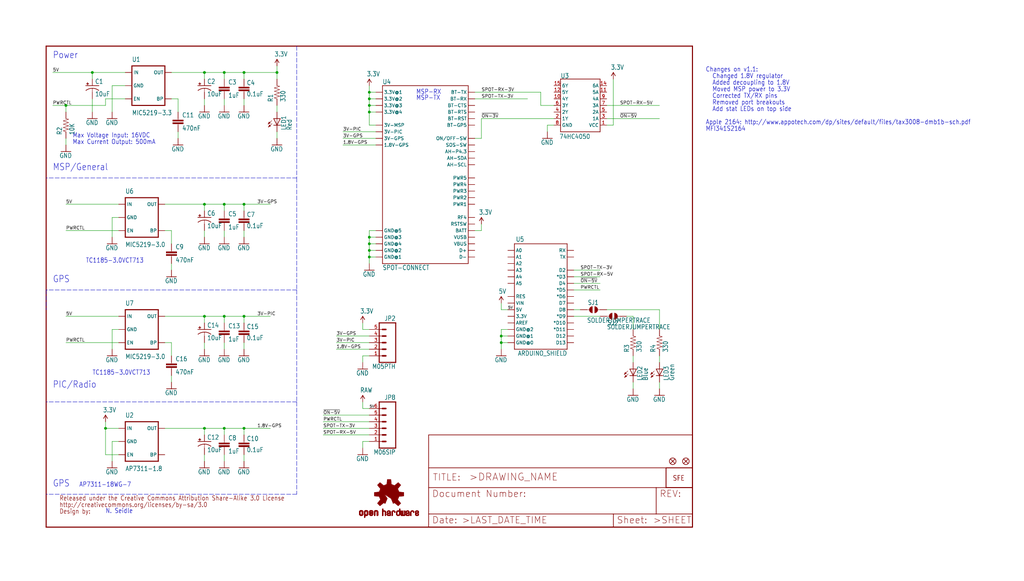
<source format=kicad_sch>
(kicad_sch (version 20211123) (generator eeschema)
  (paper "User" 394.386 223.926)
  (lib_symbols
    (symbol "schematicEagle-eagle-import:3.3V" (power)
      (property "Value" "3.3V" (at -1.016 3.556 0))
      (symbol "3.3V_1_0"
        (pin power_in line (at 0 0 90) (length 2.54) (name "3.3V") (number "1"))
      )
    )
    (symbol "schematicEagle-eagle-import:ARDUINO_SHIELDNO_SILK"
      (property "Reference" "U" (at -9.652 21.082 0))
      (property "Value" "ARDUINO_SHIELDNO_SILK" (at -8.89 -22.86 0))
      (symbol "ARDUINO_SHIELDNO_SILK_1_0"
        (pin bidirectional line (at -12.7 -7.62 0) (length 2.54) (name "3.3V") (number "3.3V"))
        (pin bidirectional line (at -12.7 -5.08 0) (length 2.54) (name "5V") (number "5V"))
        (pin bidirectional line (at -12.7 17.78 0) (length 2.54) (name "A0") (number "A0"))
        (pin bidirectional line (at -12.7 15.24 0) (length 2.54) (name "A1") (number "A1"))
        (pin bidirectional line (at -12.7 12.7 0) (length 2.54) (name "A2") (number "A2"))
        (pin bidirectional line (at -12.7 10.16 0) (length 2.54) (name "A3") (number "A3"))
        (pin bidirectional line (at -12.7 7.62 0) (length 2.54) (name "A4") (number "A4"))
        (pin bidirectional line (at -12.7 5.08 0) (length 2.54) (name "A5") (number "A5"))
        (pin bidirectional line (at -12.7 -10.16 0) (length 2.54) (name "AREF") (number "AREF"))
        (pin bidirectional line (at 12.7 -10.16 180) (length 2.54) (name "*D10") (number "D10"))
        (pin bidirectional line (at 12.7 -12.7 180) (length 2.54) (name "*D11") (number "D11"))
        (pin bidirectional line (at 12.7 -15.24 180) (length 2.54) (name "D12") (number "D12"))
        (pin bidirectional line (at 12.7 -17.78 180) (length 2.54) (name "D13") (number "D13"))
        (pin bidirectional line (at 12.7 10.16 180) (length 2.54) (name "D2") (number "D2"))
        (pin bidirectional line (at 12.7 7.62 180) (length 2.54) (name "*D3") (number "D3"))
        (pin bidirectional line (at 12.7 5.08 180) (length 2.54) (name "D4") (number "D4"))
        (pin bidirectional line (at 12.7 2.54 180) (length 2.54) (name "*D5") (number "D5"))
        (pin bidirectional line (at 12.7 0 180) (length 2.54) (name "*D6") (number "D6"))
        (pin bidirectional line (at 12.7 -2.54 180) (length 2.54) (name "D7") (number "D7"))
        (pin bidirectional line (at 12.7 -5.08 180) (length 2.54) (name "D8") (number "D8"))
        (pin bidirectional line (at 12.7 -7.62 180) (length 2.54) (name "*D9") (number "D9"))
        (pin bidirectional line (at -12.7 -17.78 0) (length 2.54) (name "GND@0") (number "GND@0"))
        (pin bidirectional line (at -12.7 -15.24 0) (length 2.54) (name "GND@1") (number "GND@1"))
        (pin bidirectional line (at -12.7 -12.7 0) (length 2.54) (name "GND@2") (number "GND@2"))
        (pin bidirectional line (at -12.7 0 0) (length 2.54) (name "RES") (number "RES"))
        (pin bidirectional line (at 12.7 17.78 180) (length 2.54) (name "RX") (number "RX"))
        (pin bidirectional line (at 12.7 15.24 180) (length 2.54) (name "TX") (number "TX"))
        (pin bidirectional line (at -12.7 -2.54 0) (length 2.54) (name "VIN") (number "VIN"))
      )
    )
    (symbol "schematicEagle-eagle-import:CAP0402-CAP"
      (property "Reference" "C" (at 1.524 2.921 0))
      (property "Value" "CAP0402-CAP" (at 1.524 -2.159 0))
      (symbol "CAP0402-CAP_1_0"
        (pin passive line (at 0 5.08 270) (length 2.54) (name "1") (number "1"))
        (pin passive line (at 0 -2.54 90) (length 2.54) (name "2") (number "2"))
      )
    )
    (symbol "schematicEagle-eagle-import:CAP_POL1206"
      (property "Reference" "C" (at 1.016 0.635 0))
      (property "Value" "CAP_POL1206" (at 1.016 -4.191 0))
      (symbol "CAP_POL1206_1_0"
        (pin passive line (at 0 2.54 270) (length 2.54) (name "+") (number "A"))
        (pin passive line (at 0 -5.08 90) (length 2.54) (name "-") (number "C"))
      )
    )
    (symbol "schematicEagle-eagle-import:CREATIVE_COMMONS"
      (symbol "CREATIVE_COMMONS_1_0"
        (text "Design by:" (at 0 0 0) (effects (font (size 1.778 1.5113)) (justify left bottom)))
        (text "http://creativecommons.org/licenses/by-sa/3.0" (at 0 2.54 0) (effects (font (size 1.778 1.5113)) (justify left bottom)))
        (text "Released under the Creative Commons Attribution Share-Alike 3.0 License" (at 0 5.08 0) (effects (font (size 1.778 1.5113)) (justify left bottom)))
      )
    )
    (symbol "schematicEagle-eagle-import:FIDUCIALUFIDUCIAL")
    (symbol "schematicEagle-eagle-import:FRAME-LETTER"
      (symbol "FRAME-LETTER_2_0"
        (text ">DRAWING_NAME" (at 15.494 17.78 0) (effects (font (size 2.7432 2.7432)) (justify left bottom)))
        (text ">LAST_DATE_TIME" (at 12.7 1.27 0) (effects (font (size 2.54 2.54)) (justify left bottom)))
        (text ">SHEET" (at 86.36 1.27 0) (effects (font (size 2.54 2.54)) (justify left bottom)))
        (text "Date:" (at 1.27 1.27 0) (effects (font (size 2.54 2.54)) (justify left bottom)))
        (text "Document Number:" (at 1.27 11.43 0) (effects (font (size 2.54 2.54)) (justify left bottom)))
        (text "REV:" (at 88.9 11.43 0) (effects (font (size 2.54 2.54)) (justify left bottom)))
        (text "Sheet:" (at 72.39 1.27 0) (effects (font (size 2.54 2.54)) (justify left bottom)))
        (text "TITLE:" (at 1.524 17.78 0) (effects (font (size 2.54 2.54)) (justify left bottom)))
      )
    )
    (symbol "schematicEagle-eagle-import:GND" (power)
      (property "Value" "GND" (at -2.54 -2.54 0))
      (symbol "GND_1_0"
        (pin power_in line (at 0 2.54 270) (length 2.54) (name "GND") (number "1"))
      )
    )
    (symbol "schematicEagle-eagle-import:HEX_CONVERTER"
      (property "Reference" "U" (at -7.62 10.16 0))
      (property "Value" "HEX_CONVERTER" (at -7.62 -12.7 0))
      (symbol "HEX_CONVERTER_1_0"
        (pin bidirectional line (at -10.16 7.62 0) (length 2.54) (name "VCC") (number "1"))
        (pin bidirectional line (at 10.16 -2.54 180) (length 2.54) (name "4Y") (number "10"))
        (pin bidirectional line (at -10.16 -5.08 0) (length 2.54) (name "5A") (number "11"))
        (pin bidirectional line (at 10.16 -5.08 180) (length 2.54) (name "5Y") (number "12"))
        (pin bidirectional line (at -10.16 -7.62 0) (length 2.54) (name "6A") (number "14"))
        (pin bidirectional line (at 10.16 -7.62 180) (length 2.54) (name "6Y") (number "15"))
        (pin bidirectional line (at 10.16 5.08 180) (length 2.54) (name "1Y") (number "2"))
        (pin bidirectional line (at -10.16 5.08 0) (length 2.54) (name "1A") (number "3"))
        (pin bidirectional line (at 10.16 2.54 180) (length 2.54) (name "2Y") (number "4"))
        (pin bidirectional line (at -10.16 2.54 0) (length 2.54) (name "2A") (number "5"))
        (pin bidirectional line (at 10.16 0 180) (length 2.54) (name "3Y") (number "6"))
        (pin bidirectional line (at -10.16 0 0) (length 2.54) (name "3A") (number "7"))
        (pin bidirectional line (at 10.16 7.62 180) (length 2.54) (name "GND") (number "8"))
        (pin bidirectional line (at -10.16 -2.54 0) (length 2.54) (name "4A") (number "9"))
      )
    )
    (symbol "schematicEagle-eagle-import:LED0603"
      (property "Reference" "LED" (at 3.556 -4.572 90))
      (property "Value" "LED0603" (at 5.715 -4.572 90))
      (symbol "LED0603_1_0"
        (pin passive line (at 0 2.54 270) (length 2.54) (name "A") (number "A"))
        (pin passive line (at 0 -5.08 90) (length 2.54) (name "C") (number "C"))
      )
    )
    (symbol "schematicEagle-eagle-import:LOGO-SFENEW"
      (symbol "LOGO-SFENEW_1_0"
        (text "SFE" (at 0 0 0) (effects (font (size 1.9304 1.6408)) (justify left bottom)))
      )
    )
    (symbol "schematicEagle-eagle-import:LOGO-SFESK"
      (symbol "LOGO-SFESK_1_0"
        (text "SFE" (at 0 0 0) (effects (font (size 1.9304 1.6408)) (justify left bottom)))
      )
    )
    (symbol "schematicEagle-eagle-import:M05PTH"
      (property "Reference" "JP" (at -2.54 8.382 0))
      (property "Value" "M05PTH" (at -2.54 -10.16 0))
      (symbol "M05PTH_1_0"
        (pin passive line (at 7.62 -5.08 180) (length 5.08) (name "1") (number "1"))
        (pin passive line (at 7.62 -2.54 180) (length 5.08) (name "2") (number "2"))
        (pin passive line (at 7.62 0 180) (length 5.08) (name "3") (number "3"))
        (pin passive line (at 7.62 2.54 180) (length 5.08) (name "4") (number "4"))
        (pin passive line (at 7.62 5.08 180) (length 5.08) (name "5") (number "5"))
      )
    )
    (symbol "schematicEagle-eagle-import:M06SIP"
      (property "Reference" "JP" (at -5.08 10.922 0))
      (property "Value" "M06SIP" (at -5.08 -10.16 0))
      (symbol "M06SIP_1_0"
        (pin passive line (at 5.08 -5.08 180) (length 5.08) (name "1") (number "1"))
        (pin passive line (at 5.08 -2.54 180) (length 5.08) (name "2") (number "2"))
        (pin passive line (at 5.08 0 180) (length 5.08) (name "3") (number "3"))
        (pin passive line (at 5.08 2.54 180) (length 5.08) (name "4") (number "4"))
        (pin passive line (at 5.08 5.08 180) (length 5.08) (name "5") (number "5"))
        (pin passive line (at 5.08 7.62 180) (length 5.08) (name "6") (number "6"))
      )
    )
    (symbol "schematicEagle-eagle-import:OSHW-LOGOS")
    (symbol "schematicEagle-eagle-import:RESISTOR0402-RES"
      (property "Reference" "R" (at -3.81 1.4986 0))
      (property "Value" "RESISTOR0402-RES" (at -3.81 -3.302 0))
      (symbol "RESISTOR0402-RES_1_0"
        (pin passive line (at -5.08 0 0) (length 2.54) (name "1") (number "1"))
        (pin passive line (at 5.08 0 180) (length 2.54) (name "2") (number "2"))
      )
    )
    (symbol "schematicEagle-eagle-import:SOLDERJUMPERTRACE"
      (property "Reference" "SJ" (at -2.54 2.54 0))
      (property "Value" "SOLDERJUMPERTRACE" (at -2.54 -5.08 0))
      (symbol "SOLDERJUMPERTRACE_1_0"
        (pin passive line (at -5.08 0 0) (length 2.54) (name "1") (number "1"))
        (pin passive line (at 5.08 0 180) (length 2.54) (name "2") (number "2"))
      )
    )
    (symbol "schematicEagle-eagle-import:SPOT-CONNECTSMD"
      (property "Reference" "U" (at -17.78 33.528 0))
      (property "Value" "SPOT-CONNECTSMD" (at -17.78 -38.1 0))
      (symbol "SPOT-CONNECTSMD_1_0"
        (pin bidirectional line (at -20.32 10.16 0) (length 2.54) (name "1.8V-GPS") (number "1.8V-GPS"))
        (pin bidirectional line (at -20.32 30.48 0) (length 2.54) (name "3.3V@1") (number "3.3V@1"))
        (pin bidirectional line (at -20.32 27.94 0) (length 2.54) (name "3.3V@2") (number "3.3V@2"))
        (pin bidirectional line (at -20.32 25.4 0) (length 2.54) (name "3.3V@3") (number "3.3V@3"))
        (pin bidirectional line (at -20.32 22.86 0) (length 2.54) (name "3.3V@4") (number "3.3V@4"))
        (pin bidirectional line (at -20.32 12.7 0) (length 2.54) (name "3V-GPS") (number "3V-GPS"))
        (pin bidirectional line (at -20.32 17.78 0) (length 2.54) (name "3V-MSP") (number "3VMSP"))
        (pin bidirectional line (at -20.32 15.24 0) (length 2.54) (name "3V-PIC") (number "3VPIC"))
        (pin bidirectional line (at 17.78 2.54 180) (length 2.54) (name "AH-SCL") (number "AH-SCL"))
        (pin bidirectional line (at 17.78 7.62 180) (length 2.54) (name "AH-P4.3") (number "AH/P4.3"))
        (pin bidirectional line (at 17.78 5.08 180) (length 2.54) (name "AH-SDA") (number "AH/SDA"))
        (pin bidirectional line (at 17.78 -22.86 180) (length 2.54) (name "BATT") (number "BATT"))
        (pin bidirectional line (at 17.78 25.4 180) (length 2.54) (name "BT-CTS") (number "BT-CTS"))
        (pin bidirectional line (at 17.78 17.78 180) (length 2.54) (name "BT-GP5") (number "BT-GP5"))
        (pin bidirectional line (at 17.78 20.32 180) (length 2.54) (name "BT-RST") (number "BT-RST"))
        (pin bidirectional line (at 17.78 22.86 180) (length 2.54) (name "BT-RTS") (number "BT-RTS"))
        (pin bidirectional line (at 17.78 27.94 180) (length 2.54) (name "BT-RX") (number "BT-RX"))
        (pin bidirectional line (at 17.78 30.48 180) (length 2.54) (name "BT-TX") (number "BT-TX"))
        (pin bidirectional line (at 17.78 -30.48 180) (length 2.54) (name "D+") (number "D+"))
        (pin bidirectional line (at 17.78 -33.02 180) (length 2.54) (name "D-") (number "D-"))
        (pin bidirectional line (at -20.32 -33.02 0) (length 2.54) (name "GND@1") (number "GND@1"))
        (pin bidirectional line (at -20.32 -30.48 0) (length 2.54) (name "GND@2") (number "GND@2"))
        (pin bidirectional line (at -20.32 -25.4 0) (length 2.54) (name "GND@3") (number "GND@3"))
        (pin bidirectional line (at -20.32 -27.94 0) (length 2.54) (name "GND@4") (number "GND@4"))
        (pin bidirectional line (at -20.32 -22.86 0) (length 2.54) (name "GND@5") (number "GND@5"))
        (pin bidirectional line (at 17.78 12.7 180) (length 2.54) (name "ON/OFF-SW") (number "ON/OFF"))
        (pin bidirectional line (at 17.78 -12.7 180) (length 2.54) (name "PWR1") (number "PWRCTL1"))
        (pin bidirectional line (at 17.78 -10.16 180) (length 2.54) (name "PWR2") (number "PWRCTL2"))
        (pin bidirectional line (at 17.78 -7.62 180) (length 2.54) (name "PWR3") (number "PWRCTL3"))
        (pin bidirectional line (at 17.78 -5.08 180) (length 2.54) (name "PWR4") (number "PWRCTL4"))
        (pin bidirectional line (at 17.78 -2.54 180) (length 2.54) (name "PWR5") (number "PWRCTL5"))
        (pin bidirectional line (at 17.78 -17.78 180) (length 2.54) (name "RF4") (number "RF4"))
        (pin bidirectional line (at 17.78 -20.32 180) (length 2.54) (name "RSTSW") (number "RSTSW"))
        (pin bidirectional line (at 17.78 10.16 180) (length 2.54) (name "SOS-SW") (number "SOS"))
        (pin bidirectional line (at 17.78 -27.94 180) (length 2.54) (name "VBUS") (number "VBUS"))
        (pin bidirectional line (at 17.78 -25.4 180) (length 2.54) (name "VUSB") (number "VUSB"))
      )
    )
    (symbol "schematicEagle-eagle-import:VCC" (power)
      (property "Value" "VCC" (at -1.016 3.556 0))
      (symbol "VCC_1_0"
        (pin power_in line (at 0 0 90) (length 2.54) (name "VCC") (number "1"))
      )
    )
    (symbol "schematicEagle-eagle-import:V_REG_LDOSMD"
      (property "Reference" "U" (at -7.62 9.144 0))
      (property "Value" "V_REG_LDOSMD" (at -7.62 -11.43 0))
      (symbol "V_REG_LDOSMD_1_0"
        (pin input line (at -10.16 5.08 0) (length 2.54) (name "IN") (number "1"))
        (pin input line (at -10.16 0 0) (length 2.54) (name "GND") (number "2"))
        (pin input line (at -10.16 -5.08 0) (length 2.54) (name "EN") (number "3"))
        (pin input line (at 7.62 -5.08 180) (length 2.54) (name "BP") (number "4"))
        (pin passive line (at 7.62 5.08 180) (length 2.54) (name "OUT") (number "5"))
      )
    )
  )
  (junction (at 142.24 93.98))
  (junction (at 142.24 35.56))
  (junction (at 35.56 27.94))
  (junction (at 142.24 91.44))
  (junction (at 193.04 132.08))
  (junction (at 78.74 27.94))
  (junction (at 78.74 121.92))
  (junction (at 86.36 78.74))
  (junction (at 86.36 27.94))
  (junction (at 93.98 27.94))
  (junction (at 93.98 78.74))
  (junction (at 193.04 129.54))
  (junction (at 142.24 99.06))
  (junction (at 86.36 121.92))
  (junction (at 86.36 165.1))
  (junction (at 106.68 27.94))
  (junction (at 142.24 43.18))
  (junction (at 40.64 165.1))
  (junction (at 142.24 96.52))
  (junction (at 93.98 165.1))
  (junction (at 25.4 40.64))
  (junction (at 93.98 121.92))
  (junction (at 142.24 38.1))
  (junction (at 78.74 165.1))
  (junction (at 78.74 78.74))
  (junction (at 142.24 40.64))
  (wire (pts (xy 78.74 81.28) (xy 78.74 78.74)))
  (wire (pts (xy 43.18 33.02) (xy 43.18 43.18)))
  (wire (pts (xy 66.04 27.94) (xy 78.74 27.94)))
  (wire (pts (xy 195.58 132.08) (xy 193.04 132.08)))
  (wire (pts (xy 43.18 170.18) (xy 43.18 177.8)))
  (wire (pts (xy 40.64 162.56) (xy 40.64 165.1)))
  (wire (pts (xy 35.56 30.48) (xy 35.56 27.94)))
  (wire (pts (xy 142.24 170.18) (xy 139.7 170.18)))
  (wire (pts (xy 93.98 40.64) (xy 93.98 38.1)))
  (wire (pts (xy 45.72 83.82) (xy 43.18 83.82)))
  (wire (pts (xy 213.36 40.64) (xy 208.28 40.64)))
  (wire (pts (xy 144.78 88.9) (xy 142.24 88.9)))
  (wire (pts (xy 142.24 91.44) (xy 142.24 93.98)))
  (wire (pts (xy 142.24 129.54) (xy 129.54 129.54)))
  (wire (pts (xy 142.24 43.18) (xy 142.24 40.64)))
  (wire (pts (xy 182.88 88.9) (xy 185.42 88.9)))
  (wire (pts (xy 243.84 121.92) (xy 243.84 127)))
  (wire (pts (xy 182.88 38.1) (xy 203.2 38.1)))
  (wire (pts (xy 63.5 121.92) (xy 78.74 121.92)))
  (wire (pts (xy 25.4 43.18) (xy 25.4 40.64)))
  (wire (pts (xy 43.18 83.82) (xy 43.18 91.44)))
  (wire (pts (xy 142.24 96.52) (xy 142.24 99.06)))
  (wire (pts (xy 86.36 27.94) (xy 93.98 27.94)))
  (wire (pts (xy 106.68 43.18) (xy 106.68 40.64)))
  (wire (pts (xy 93.98 134.62) (xy 93.98 132.08)))
  (polyline (pts (xy 114.3 154.94) (xy 17.78 154.94)))
  (wire (pts (xy 78.74 27.94) (xy 86.36 27.94)))
  (polyline (pts (xy 17.78 111.76) (xy 17.78 119.38)))
  (wire (pts (xy 144.78 50.8) (xy 132.08 50.8)))
  (wire (pts (xy 40.64 38.1) (xy 40.64 40.64)))
  (wire (pts (xy 66.04 38.1) (xy 68.58 38.1)))
  (wire (pts (xy 144.78 38.1) (xy 142.24 38.1)))
  (polyline (pts (xy 114.3 68.58) (xy 114.3 111.76)))
  (wire (pts (xy 213.36 45.72) (xy 185.42 45.72)))
  (wire (pts (xy 241.3 121.92) (xy 243.84 121.92)))
  (wire (pts (xy 93.98 124.46) (xy 93.98 121.92)))
  (wire (pts (xy 193.04 127) (xy 193.04 129.54)))
  (wire (pts (xy 142.24 134.62) (xy 129.54 134.62)))
  (wire (pts (xy 144.78 43.18) (xy 142.24 43.18)))
  (wire (pts (xy 78.74 27.94) (xy 78.74 30.48)))
  (wire (pts (xy 142.24 165.1) (xy 124.46 165.1)))
  (wire (pts (xy 66.04 104.14) (xy 66.04 101.6)))
  (wire (pts (xy 254 149.86) (xy 254 147.32)))
  (wire (pts (xy 35.56 27.94) (xy 48.26 27.94)))
  (wire (pts (xy 63.5 165.1) (xy 78.74 165.1)))
  (wire (pts (xy 254 119.38) (xy 254 127)))
  (wire (pts (xy 213.36 48.26) (xy 210.82 48.26)))
  (wire (pts (xy 182.88 53.34) (xy 185.42 53.34)))
  (wire (pts (xy 139.7 170.18) (xy 139.7 172.72)))
  (wire (pts (xy 233.68 48.26) (xy 236.22 48.26)))
  (wire (pts (xy 233.68 119.38) (xy 254 119.38)))
  (wire (pts (xy 220.98 104.14) (xy 231.14 104.14)))
  (wire (pts (xy 106.68 53.34) (xy 106.68 50.8)))
  (wire (pts (xy 144.78 93.98) (xy 142.24 93.98)))
  (wire (pts (xy 142.24 93.98) (xy 142.24 96.52)))
  (wire (pts (xy 93.98 91.44) (xy 93.98 88.9)))
  (wire (pts (xy 86.36 121.92) (xy 93.98 121.92)))
  (wire (pts (xy 78.74 165.1) (xy 86.36 165.1)))
  (wire (pts (xy 142.24 40.64) (xy 142.24 38.1)))
  (wire (pts (xy 40.64 175.26) (xy 40.64 165.1)))
  (wire (pts (xy 220.98 121.92) (xy 231.14 121.92)))
  (wire (pts (xy 106.68 27.94) (xy 106.68 30.48)))
  (wire (pts (xy 254 139.7) (xy 254 137.16)))
  (wire (pts (xy 193.04 132.08) (xy 193.04 134.62)))
  (wire (pts (xy 78.74 167.64) (xy 78.74 165.1)))
  (wire (pts (xy 86.36 167.64) (xy 86.36 165.1)))
  (wire (pts (xy 144.78 55.88) (xy 132.08 55.88)))
  (wire (pts (xy 86.36 81.28) (xy 86.36 78.74)))
  (wire (pts (xy 45.72 175.26) (xy 40.64 175.26)))
  (wire (pts (xy 233.68 40.64) (xy 254 40.64)))
  (wire (pts (xy 220.98 109.22) (xy 231.14 109.22)))
  (wire (pts (xy 63.5 78.74) (xy 78.74 78.74)))
  (wire (pts (xy 144.78 91.44) (xy 142.24 91.44)))
  (wire (pts (xy 93.98 27.94) (xy 106.68 27.94)))
  (wire (pts (xy 93.98 81.28) (xy 93.98 78.74)))
  (wire (pts (xy 78.74 121.92) (xy 86.36 121.92)))
  (wire (pts (xy 142.24 88.9) (xy 142.24 91.44)))
  (wire (pts (xy 139.7 137.16) (xy 139.7 139.7)))
  (wire (pts (xy 78.74 134.62) (xy 78.74 132.08)))
  (wire (pts (xy 78.74 78.74) (xy 86.36 78.74)))
  (wire (pts (xy 93.98 78.74) (xy 104.14 78.74)))
  (wire (pts (xy 68.58 53.34) (xy 68.58 50.8)))
  (wire (pts (xy 132.08 53.34) (xy 144.78 53.34)))
  (wire (pts (xy 48.26 33.02) (xy 43.18 33.02)))
  (wire (pts (xy 208.28 40.64) (xy 208.28 35.56)))
  (wire (pts (xy 223.52 119.38) (xy 220.98 119.38)))
  (wire (pts (xy 93.98 121.92) (xy 104.14 121.92)))
  (wire (pts (xy 25.4 40.64) (xy 20.32 40.64)))
  (wire (pts (xy 182.88 35.56) (xy 208.28 35.56)))
  (wire (pts (xy 78.74 91.44) (xy 78.74 88.9)))
  (wire (pts (xy 45.72 165.1) (xy 40.64 165.1)))
  (wire (pts (xy 185.42 86.36) (xy 185.42 88.9)))
  (wire (pts (xy 45.72 127) (xy 43.18 127)))
  (wire (pts (xy 142.24 160.02) (xy 124.46 160.02)))
  (wire (pts (xy 193.04 119.38) (xy 193.04 116.84)))
  (wire (pts (xy 139.7 127) (xy 139.7 124.46)))
  (wire (pts (xy 86.36 134.62) (xy 86.36 132.08)))
  (wire (pts (xy 195.58 129.54) (xy 193.04 129.54)))
  (wire (pts (xy 142.24 162.56) (xy 124.46 162.56)))
  (polyline (pts (xy 114.3 111.76) (xy 17.78 111.76)))
  (wire (pts (xy 35.56 43.18) (xy 35.56 38.1)))
  (wire (pts (xy 139.7 157.48) (xy 139.7 154.94)))
  (wire (pts (xy 210.82 48.26) (xy 210.82 50.8)))
  (wire (pts (xy 144.78 96.52) (xy 142.24 96.52)))
  (wire (pts (xy 106.68 27.94) (xy 106.68 25.4)))
  (wire (pts (xy 25.4 55.88) (xy 25.4 53.34)))
  (wire (pts (xy 93.98 165.1) (xy 104.14 165.1)))
  (wire (pts (xy 86.36 27.94) (xy 86.36 30.48)))
  (wire (pts (xy 236.22 48.26) (xy 236.22 30.48)))
  (wire (pts (xy 48.26 38.1) (xy 40.64 38.1)))
  (polyline (pts (xy 114.3 190.5) (xy 17.78 190.5)))
  (wire (pts (xy 86.36 91.44) (xy 86.36 88.9)))
  (wire (pts (xy 195.58 119.38) (xy 193.04 119.38)))
  (wire (pts (xy 35.56 27.94) (xy 20.32 27.94)))
  (wire (pts (xy 142.24 99.06) (xy 142.24 101.6)))
  (wire (pts (xy 68.58 38.1) (xy 68.58 43.18)))
  (wire (pts (xy 142.24 35.56) (xy 142.24 33.02)))
  (wire (pts (xy 233.68 45.72) (xy 254 45.72)))
  (wire (pts (xy 142.24 127) (xy 139.7 127)))
  (wire (pts (xy 86.36 177.8) (xy 86.36 175.26)))
  (wire (pts (xy 40.64 40.64) (xy 25.4 40.64)))
  (wire (pts (xy 78.74 40.64) (xy 78.74 38.1)))
  (wire (pts (xy 142.24 48.26) (xy 142.24 43.18)))
  (wire (pts (xy 142.24 132.08) (xy 129.54 132.08)))
  (wire (pts (xy 243.84 149.86) (xy 243.84 147.32)))
  (wire (pts (xy 86.36 40.64) (xy 86.36 38.1)))
  (polyline (pts (xy 114.3 17.78) (xy 114.3 68.58)))
  (wire (pts (xy 86.36 78.74) (xy 93.98 78.74)))
  (wire (pts (xy 193.04 129.54) (xy 193.04 132.08)))
  (wire (pts (xy 220.98 106.68) (xy 231.14 106.68)))
  (wire (pts (xy 78.74 175.26) (xy 78.74 177.8)))
  (wire (pts (xy 144.78 48.26) (xy 142.24 48.26)))
  (wire (pts (xy 45.72 121.92) (xy 25.4 121.92)))
  (wire (pts (xy 78.74 124.46) (xy 78.74 121.92)))
  (wire (pts (xy 220.98 111.76) (xy 231.14 111.76)))
  (wire (pts (xy 93.98 30.48) (xy 93.98 27.94)))
  (wire (pts (xy 93.98 177.8) (xy 93.98 175.26)))
  (wire (pts (xy 142.24 157.48) (xy 139.7 157.48)))
  (wire (pts (xy 86.36 165.1) (xy 93.98 165.1)))
  (wire (pts (xy 63.5 132.08) (xy 66.04 132.08)))
  (wire (pts (xy 66.04 132.08) (xy 66.04 137.16)))
  (wire (pts (xy 45.72 170.18) (xy 43.18 170.18)))
  (wire (pts (xy 142.24 167.64) (xy 124.46 167.64)))
  (wire (pts (xy 195.58 127) (xy 193.04 127)))
  (wire (pts (xy 185.42 53.34) (xy 185.42 45.72)))
  (wire (pts (xy 93.98 167.64) (xy 93.98 165.1)))
  (wire (pts (xy 63.5 88.9) (xy 66.04 88.9)))
  (wire (pts (xy 45.72 88.9) (xy 25.4 88.9)))
  (wire (pts (xy 66.04 147.32) (xy 66.04 144.78)))
  (polyline (pts (xy 114.3 154.94) (xy 114.3 190.5)))
  (wire (pts (xy 144.78 35.56) (xy 142.24 35.56)))
  (wire (pts (xy 45.72 78.74) (xy 25.4 78.74)))
  (polyline (pts (xy 114.3 111.76) (xy 114.3 154.94)))
  (wire (pts (xy 243.84 139.7) (xy 243.84 137.16)))
  (wire (pts (xy 43.18 127) (xy 43.18 134.62)))
  (wire (pts (xy 144.78 99.06) (xy 142.24 99.06)))
  (wire (pts (xy 142.24 137.16) (xy 139.7 137.16)))
  (wire (pts (xy 86.36 124.46) (xy 86.36 121.92)))
  (wire (pts (xy 144.78 40.64) (xy 142.24 40.64)))
  (wire (pts (xy 45.72 132.08) (xy 25.4 132.08)))
  (polyline (pts (xy 114.3 68.58) (xy 17.78 68.58)))
  (wire (pts (xy 66.04 88.9) (xy 66.04 93.98)))
  (wire (pts (xy 142.24 38.1) (xy 142.24 35.56)))
  (text "Add stat LEDs on top side" (at 274.32 43.18 180) (effects (font (size 1.778 1.5113)) (justify left bottom)))
  (text "MSP/General" (at 20.32 66.04 180) (effects (font (size 2.54 2.159)) (justify left bottom)))
  (text "MSP-RX" (at 160.274 36.576 180) (effects (font (size 1.778 1.5113)) (justify left bottom)))
  (text "TC1185-3.0VCT713" (at 35.56 144.78 180) (effects (font (size 1.778 1.5113)) (justify left bottom)))
  (text "N. Seidle" (at 40.64 198.12 180) (effects (font (size 1.778 1.5113)) (justify left bottom)))
  (text "GPS" (at 20.32 109.22 180) (effects (font (size 2.54 2.159)) (justify left bottom)))
  (text "Moved MSP power to 3.3V" (at 274.32 35.56 180) (effects (font (size 1.778 1.5113)) (justify left bottom)))
  (text "Removed port breakouts" (at 274.32 40.64 180) (effects (font (size 1.778 1.5113)) (justify left bottom)))
  (text "AP7311-18WG-7" (at 30.48 187.96 180) (effects (font (size 1.778 1.5113)) (justify left bottom)))
  (text "MFI341S2164" (at 271.78 50.8 180) (effects (font (size 1.778 1.5113)) (justify left bottom)))
  (text "Max Current Output: 500mA" (at 27.94 55.88 180) (effects (font (size 1.778 1.5113)) (justify left bottom)))
  (text "Corrected TX/RX pins" (at 274.32 38.1 180) (effects (font (size 1.778 1.5113)) (justify left bottom)))
  (text "PIC/Radio" (at 20.32 149.86 180) (effects (font (size 2.54 2.159)) (justify left bottom)))
  (text "Changed 1.8V regulator" (at 274.32 30.48 180) (effects (font (size 1.778 1.5113)) (justify left bottom)))
  (text "Added decoupling to 1.8V" (at 274.32 33.02 180) (effects (font (size 1.778 1.5113)) (justify left bottom)))
  (text "Max Voltage Input: 16VDC" (at 27.94 53.34 180) (effects (font (size 1.778 1.5113)) (justify left bottom)))
  (text "Power" (at 20.32 22.86 180) (effects (font (size 2.54 2.159)) (justify left bottom)))
  (text "MSP-TX" (at 160.274 38.862 180) (effects (font (size 1.778 1.5113)) (justify left bottom)))
  (text "Changes on v1.1:" (at 271.78 27.94 180) (effects (font (size 1.778 1.5113)) (justify left bottom)))
  (text "Apple 2164: http://www.appotech.com/dp/sites/default/files/tax3008-dmb1b-sch.pdf" (at 271.78 48.26 0) (effects (font (size 1.778 1.5113)) (justify left bottom)))
  (text "TC1185-3.0VCT713" (at 33.02 101.6 180) (effects (font (size 1.778 1.5113)) (justify left bottom)))
  (text "GPS" (at 20.32 187.96 180) (effects (font (size 2.54 2.159)) (justify left bottom)))
  (label "PWRCTL" (at 25.4 88.9 0) (effects (font (size 1.2446 1.2446))))
  (label "3V-PIC" (at 129.54 132.08 0) (effects (font (size 1.2446 1.2446))))
  (label "SPOT-RX-3V" (at 185.42 35.56 0) (effects (font (size 1.2446 1.2446))))
  (label "SPOT-TX-3V" (at 185.42 38.1 0) (effects (font (size 1.2446 1.2446))))
  (label "PWRCTL" (at 25.4 132.08 0) (effects (font (size 1.2446 1.2446))))
  (label "SPOT-RX-5V" (at 238.76 40.64 0) (effects (font (size 1.2446 1.2446))))
  (label "SPOT-TX-3V" (at 124.46 165.1 0) (effects (font (size 1.2446 1.2446))))
  (label "~{ON-5V}" (at 238.76 45.72 0) (effects (font (size 1.2446 1.2446))))
  (label "5V" (at 20.32 27.94 0) (effects (font (size 1.2446 1.2446))))
  (label "SPOT-RX-5V" (at 223.52 106.68 0) (effects (font (size 1.2446 1.2446))))
  (label "SPOT-TX-3V" (at 223.52 104.14 0) (effects (font (size 1.2446 1.2446))))
  (label "1.8V-GPS" (at 99.06 165.1 0) (effects (font (size 1.2446 1.2446))))
  (label "5V" (at 195.58 119.38 0) (effects (font (size 1.016 1.016))))
  (label "3V-GPS" (at 99.06 78.74 0) (effects (font (size 1.2446 1.2446))))
  (label "3V-GPS" (at 132.08 53.34 0) (effects (font (size 1.2446 1.2446))))
  (label "1.8V-GPS" (at 132.08 55.88 0) (effects (font (size 1.2446 1.2446))))
  (label "PWRCTL" (at 124.46 162.56 0) (effects (font (size 1.2446 1.2446))))
  (label "PWRCTL" (at 223.52 111.76 0) (effects (font (size 1.2446 1.2446))))
  (label "~{ON-5V}" (at 124.46 160.02 0) (effects (font (size 1.2446 1.2446))))
  (label "1.8V-GPS" (at 129.54 134.62 0) (effects (font (size 1.2446 1.2446))))
  (label "3V-PIC" (at 132.08 50.8 0) (effects (font (size 1.2446 1.2446))))
  (label "~{ON-3V}" (at 185.42 45.72 0) (effects (font (size 1.2446 1.2446))))
  (label "5V" (at 142.24 157.48 0) (effects (font (size 1.016 1.016))))
  (label "3V-PIC" (at 99.06 121.92 0) (effects (font (size 1.2446 1.2446))))
  (label "PWRCTL" (at 20.32 40.64 0) (effects (font (size 1.2446 1.2446))))
  (label "5V" (at 25.4 78.74 0) (effects (font (size 1.2446 1.2446))))
  (label "SPOT-RX-5V" (at 124.46 167.64 0) (effects (font (size 1.2446 1.2446))))
  (label "5V" (at 25.4 121.92 0) (effects (font (size 1.2446 1.2446))))
  (label "3V-GPS" (at 129.54 129.54 0) (effects (font (size 1.2446 1.2446))))
  (label "~{ON-5V}" (at 223.52 109.22 0) (effects (font (size 1.2446 1.2446))))
  (symbol (lib_id "schematicEagle-eagle-import:SPOT-CONNECTSMD") (at 165.1 66.04 0) (unit 1)
    (property "Reference" "U4" (at 147.32 32.512 0) (effects (font (size 1.778 1.5113)) (justify left bottom)))
    (property "Value" "SPOT-CONNECT" (at 147.32 104.14 0) (effects (font (size 1.778 1.5113)) (justify left bottom)))
    (property "Footprint" "schematicEagle:SPOT-CONNECT" (effects hide))
  )
  (symbol (lib_id "schematicEagle-eagle-import:CAP0402-CAP") (at 86.36 172.72 0) (unit 1)
    (property "Reference" "C8" (at 87.884 169.799 0) (effects (font (size 1.778 1.5113)) (justify left bottom)))
    (property "Value" "1uF" (at 87.884 174.879 0) (effects (font (size 1.778 1.5113)) (justify left bottom)))
    (property "Footprint" "schematicEagle:0402-CAP" (effects hide))
  )
  (symbol (lib_id "schematicEagle-eagle-import:CAP0402-CAP") (at 68.58 48.26 0) (unit 1)
    (property "Reference" "C11" (at 70.104 45.339 0) (effects (font (size 1.778 1.5113)) (justify left bottom)))
    (property "Value" "470nF" (at 70.104 50.419 0) (effects (font (size 1.778 1.5113)) (justify left bottom)))
    (property "Footprint" "schematicEagle:0402-CAP" (effects hide))
  )
  (symbol (lib_id "schematicEagle-eagle-import:3.3V") (at 236.22 30.48 0) (unit 1)
    (property "Reference" "#P+7" (effects hide))
    (property "Value" "3.3V" (at 235.204 26.924 0) (effects (font (size 1.778 1.5113)) (justify left bottom)))
    (property "Footprint" "schematicEagle:" (effects hide))
  )
  (symbol (lib_id "schematicEagle-eagle-import:CAP0402-CAP") (at 93.98 127 180) (unit 1)
    (property "Reference" "C15" (at 94.996 126.873 0) (effects (font (size 1.778 1.5113)) (justify right top)))
    (property "Value" "0.1uF" (at 94.996 131.191 0) (effects (font (size 1.778 1.5113)) (justify right top)))
    (property "Footprint" "schematicEagle:0402-CAP" (effects hide))
  )
  (symbol (lib_id "schematicEagle-eagle-import:CAP0402-CAP") (at 93.98 170.18 180) (unit 1)
    (property "Reference" "C10" (at 94.996 170.053 0) (effects (font (size 1.778 1.5113)) (justify right top)))
    (property "Value" "0.1uF" (at 94.996 174.371 0) (effects (font (size 1.778 1.5113)) (justify right top)))
    (property "Footprint" "schematicEagle:0402-CAP" (effects hide))
  )
  (symbol (lib_id "schematicEagle-eagle-import:RESISTOR0402-RES") (at 243.84 132.08 90) (unit 1)
    (property "Reference" "R3" (at 242.3414 135.89 0) (effects (font (size 1.778 1.5113)) (justify left bottom)))
    (property "Value" "330" (at 247.142 135.89 0) (effects (font (size 1.778 1.5113)) (justify left bottom)))
    (property "Footprint" "schematicEagle:0402-RES" (effects hide))
  )
  (symbol (lib_id "schematicEagle-eagle-import:GND") (at 78.74 137.16 0) (unit 1)
    (property "Reference" "#GND18" (effects hide))
    (property "Value" "GND" (at 76.2 139.7 0) (effects (font (size 1.778 1.5113)) (justify left bottom)))
    (property "Footprint" "schematicEagle:" (effects hide))
  )
  (symbol (lib_id "schematicEagle-eagle-import:GND") (at 43.18 137.16 0) (unit 1)
    (property "Reference" "#GND21" (effects hide))
    (property "Value" "GND" (at 40.64 139.7 0) (effects (font (size 1.778 1.5113)) (justify left bottom)))
    (property "Footprint" "schematicEagle:" (effects hide))
  )
  (symbol (lib_id "schematicEagle-eagle-import:GND") (at 78.74 180.34 0) (unit 1)
    (property "Reference" "#GND16" (effects hide))
    (property "Value" "GND" (at 76.2 182.88 0) (effects (font (size 1.778 1.5113)) (justify left bottom)))
    (property "Footprint" "schematicEagle:" (effects hide))
  )
  (symbol (lib_id "schematicEagle-eagle-import:V_REG_LDOSMD") (at 55.88 83.82 0) (unit 1)
    (property "Reference" "U6" (at 48.26 74.676 0) (effects (font (size 1.778 1.5113)) (justify left bottom)))
    (property "Value" "MIC5219-3.0" (at 48.26 95.25 0) (effects (font (size 1.778 1.5113)) (justify left bottom)))
    (property "Footprint" "schematicEagle:SOT23-5" (effects hide))
  )
  (symbol (lib_id "schematicEagle-eagle-import:CREATIVE_COMMONS") (at 22.86 198.12 0) (unit 1)
    (property "Reference" "U$2" (effects hide))
    (property "Value" "CREATIVE_COMMONS" (effects hide))
    (property "Footprint" "schematicEagle:CREATIVE_COMMONS" (effects hide))
  )
  (symbol (lib_id "schematicEagle-eagle-import:LOGO-SFESK") (at 259.08 185.42 0) (unit 1)
    (property "Reference" "U$1" (effects hide))
    (property "Value" "LOGO-SFESK" (effects hide))
    (property "Footprint" "schematicEagle:SFE-LOGO-FLAME" (effects hide))
  )
  (symbol (lib_id "schematicEagle-eagle-import:GND") (at 68.58 55.88 0) (unit 1)
    (property "Reference" "#GND14" (effects hide))
    (property "Value" "GND" (at 66.04 58.42 0) (effects (font (size 1.778 1.5113)) (justify left bottom)))
    (property "Footprint" "schematicEagle:" (effects hide))
  )
  (symbol (lib_id "schematicEagle-eagle-import:CAP0402-CAP") (at 86.36 129.54 0) (unit 1)
    (property "Reference" "C13" (at 87.884 126.619 0) (effects (font (size 1.778 1.5113)) (justify left bottom)))
    (property "Value" "1uF" (at 87.884 131.699 0) (effects (font (size 1.778 1.5113)) (justify left bottom)))
    (property "Footprint" "schematicEagle:0402-CAP" (effects hide))
  )
  (symbol (lib_id "schematicEagle-eagle-import:GND") (at 78.74 93.98 0) (unit 1)
    (property "Reference" "#GND6" (effects hide))
    (property "Value" "GND" (at 76.2 96.52 0) (effects (font (size 1.778 1.5113)) (justify left bottom)))
    (property "Footprint" "schematicEagle:" (effects hide))
  )
  (symbol (lib_id "schematicEagle-eagle-import:GND") (at 210.82 53.34 0) (unit 1)
    (property "Reference" "#GND17" (effects hide))
    (property "Value" "GND" (at 208.28 55.88 0) (effects (font (size 1.778 1.5113)) (justify left bottom)))
    (property "Footprint" "schematicEagle:" (effects hide))
  )
  (symbol (lib_id "schematicEagle-eagle-import:GND") (at 35.56 45.72 0) (unit 1)
    (property "Reference" "#GND32" (effects hide))
    (property "Value" "GND" (at 33.02 48.26 0) (effects (font (size 1.778 1.5113)) (justify left bottom)))
    (property "Footprint" "schematicEagle:" (effects hide))
  )
  (symbol (lib_id "schematicEagle-eagle-import:GND") (at 43.18 180.34 0) (unit 1)
    (property "Reference" "#GND5" (effects hide))
    (property "Value" "GND" (at 40.64 182.88 0) (effects (font (size 1.778 1.5113)) (justify left bottom)))
    (property "Footprint" "schematicEagle:" (effects hide))
  )
  (symbol (lib_id "schematicEagle-eagle-import:HEX_CONVERTER") (at 223.52 40.64 180) (unit 1)
    (property "Reference" "U3" (at 215.9 30.226 0) (effects (font (size 1.778 1.5113)) (justify right top)))
    (property "Value" "74HC4050" (at 215.392 53.594 0) (effects (font (size 1.778 1.5113)) (justify right top)))
    (property "Footprint" "schematicEagle:SO016" (effects hide))
  )
  (symbol (lib_id "schematicEagle-eagle-import:FRAME-LETTER") (at 165.1 203.2 0) (unit 2)
    (property "Reference" "#FRAME1" (effects hide))
    (property "Value" "FRAME-LETTER" (effects hide))
    (property "Footprint" "schematicEagle:" (effects hide))
  )
  (symbol (lib_id "schematicEagle-eagle-import:M05PTH") (at 149.86 132.08 0) (mirror y) (unit 1)
    (property "Reference" "JP2" (at 152.4 123.698 0) (effects (font (size 1.778 1.5113)) (justify left bottom)))
    (property "Value" "M05PTH" (at 152.4 142.24 0) (effects (font (size 1.778 1.5113)) (justify left bottom)))
    (property "Footprint" "schematicEagle:1X05" (effects hide))
  )
  (symbol (lib_id "schematicEagle-eagle-import:GND") (at 43.18 93.98 0) (unit 1)
    (property "Reference" "#GND4" (effects hide))
    (property "Value" "GND" (at 40.64 96.52 0) (effects (font (size 1.778 1.5113)) (justify left bottom)))
    (property "Footprint" "schematicEagle:" (effects hide))
  )
  (symbol (lib_id "schematicEagle-eagle-import:GND") (at 142.24 104.14 0) (unit 1)
    (property "Reference" "#GND2" (effects hide))
    (property "Value" "GND" (at 139.7 106.68 0) (effects (font (size 1.778 1.5113)) (justify left bottom)))
    (property "Footprint" "schematicEagle:" (effects hide))
  )
  (symbol (lib_id "schematicEagle-eagle-import:CAP0402-CAP") (at 66.04 142.24 0) (unit 1)
    (property "Reference" "C16" (at 67.564 139.319 0) (effects (font (size 1.778 1.5113)) (justify left bottom)))
    (property "Value" "470nF" (at 67.564 144.399 0) (effects (font (size 1.778 1.5113)) (justify left bottom)))
    (property "Footprint" "schematicEagle:0402-CAP" (effects hide))
  )
  (symbol (lib_id "schematicEagle-eagle-import:GND") (at 43.18 45.72 0) (unit 1)
    (property "Reference" "#GND30" (effects hide))
    (property "Value" "GND" (at 40.64 48.26 0) (effects (font (size 1.778 1.5113)) (justify left bottom)))
    (property "Footprint" "schematicEagle:" (effects hide))
  )
  (symbol (lib_id "schematicEagle-eagle-import:3.3V") (at 142.24 33.02 0) (unit 1)
    (property "Reference" "#P+5" (effects hide))
    (property "Value" "3.3V" (at 141.224 29.464 0) (effects (font (size 1.778 1.5113)) (justify left bottom)))
    (property "Footprint" "schematicEagle:" (effects hide))
  )
  (symbol (lib_id "schematicEagle-eagle-import:RESISTOR0402-RES") (at 254 132.08 90) (unit 1)
    (property "Reference" "R4" (at 252.5014 135.89 0) (effects (font (size 1.778 1.5113)) (justify left bottom)))
    (property "Value" "330" (at 257.302 135.89 0) (effects (font (size 1.778 1.5113)) (justify left bottom)))
    (property "Footprint" "schematicEagle:0402-RES" (effects hide))
  )
  (symbol (lib_id "schematicEagle-eagle-import:GND") (at 139.7 175.26 0) (unit 1)
    (property "Reference" "#GND13" (effects hide))
    (property "Value" "GND" (at 137.16 177.8 0) (effects (font (size 1.778 1.5113)) (justify left bottom)))
    (property "Footprint" "schematicEagle:" (effects hide))
  )
  (symbol (lib_id "schematicEagle-eagle-import:GND") (at 193.04 137.16 0) (unit 1)
    (property "Reference" "#GND3" (effects hide))
    (property "Value" "GND" (at 190.5 139.7 0) (effects (font (size 1.778 1.5113)) (justify left bottom)))
    (property "Footprint" "schematicEagle:" (effects hide))
  )
  (symbol (lib_id "schematicEagle-eagle-import:GND") (at 86.36 43.18 0) (unit 1)
    (property "Reference" "#GND26" (effects hide))
    (property "Value" "GND" (at 83.82 45.72 0) (effects (font (size 1.778 1.5113)) (justify left bottom)))
    (property "Footprint" "schematicEagle:" (effects hide))
  )
  (symbol (lib_id "schematicEagle-eagle-import:3.3V") (at 185.42 86.36 0) (unit 1)
    (property "Reference" "#P+8" (effects hide))
    (property "Value" "3.3V" (at 184.404 82.804 0) (effects (font (size 1.778 1.5113)) (justify left bottom)))
    (property "Footprint" "schematicEagle:" (effects hide))
  )
  (symbol (lib_id "schematicEagle-eagle-import:3.3V") (at 139.7 124.46 0) (unit 1)
    (property "Reference" "#P+2" (effects hide))
    (property "Value" "3.3V" (at 138.684 120.904 0) (effects (font (size 1.778 1.5113)) (justify left bottom)))
    (property "Footprint" "schematicEagle:" (effects hide))
  )
  (symbol (lib_id "schematicEagle-eagle-import:CAP_POL1206") (at 78.74 127 0) (unit 1)
    (property "Reference" "C14" (at 79.756 126.365 0) (effects (font (size 1.778 1.5113)) (justify left bottom)))
    (property "Value" "10uF" (at 79.756 131.191 0) (effects (font (size 1.778 1.5113)) (justify left bottom)))
    (property "Footprint" "schematicEagle:EIA3216" (effects hide))
  )
  (symbol (lib_id "schematicEagle-eagle-import:V_REG_LDOSMD") (at 55.88 170.18 0) (unit 1)
    (property "Reference" "U2" (at 48.26 161.036 0) (effects (font (size 1.778 1.5113)) (justify left bottom)))
    (property "Value" "AP7311-1.8" (at 48.26 181.61 0) (effects (font (size 1.778 1.5113)) (justify left bottom)))
    (property "Footprint" "schematicEagle:SOT23-5" (effects hide))
  )
  (symbol (lib_id "schematicEagle-eagle-import:CAP0402-CAP") (at 86.36 35.56 0) (unit 1)
    (property "Reference" "C3" (at 87.884 32.639 0) (effects (font (size 1.778 1.5113)) (justify left bottom)))
    (property "Value" "1uF" (at 87.884 37.719 0) (effects (font (size 1.778 1.5113)) (justify left bottom)))
    (property "Footprint" "schematicEagle:0402-CAP" (effects hide))
  )
  (symbol (lib_id "schematicEagle-eagle-import:GND") (at 93.98 93.98 0) (unit 1)
    (property "Reference" "#GND8" (effects hide))
    (property "Value" "GND" (at 91.44 96.52 0) (effects (font (size 1.778 1.5113)) (justify left bottom)))
    (property "Footprint" "schematicEagle:" (effects hide))
  )
  (symbol (lib_id "schematicEagle-eagle-import:LOGO-SFENEW") (at 259.08 185.42 0) (unit 1)
    (property "Reference" "U$11" (effects hide))
    (property "Value" "LOGO-SFENEW" (effects hide))
    (property "Footprint" "schematicEagle:SFE-NEW-WEBLOGO" (effects hide))
  )
  (symbol (lib_id "schematicEagle-eagle-import:GND") (at 106.68 55.88 0) (unit 1)
    (property "Reference" "#GND28" (effects hide))
    (property "Value" "GND" (at 104.14 58.42 0) (effects (font (size 1.778 1.5113)) (justify left bottom)))
    (property "Footprint" "schematicEagle:" (effects hide))
  )
  (symbol (lib_id "schematicEagle-eagle-import:GND") (at 139.7 142.24 0) (unit 1)
    (property "Reference" "#GND12" (effects hide))
    (property "Value" "GND" (at 137.16 144.78 0) (effects (font (size 1.778 1.5113)) (justify left bottom)))
    (property "Footprint" "schematicEagle:" (effects hide))
  )
  (symbol (lib_id "schematicEagle-eagle-import:SOLDERJUMPERTRACE") (at 236.22 121.92 0) (unit 1)
    (property "Reference" "SJ2" (at 233.934 125.476 0) (effects (font (size 1.778 1.5113)) (justify left bottom)))
    (property "Value" "SOLDERJUMPERTRACE" (at 233.68 127 0) (effects (font (size 1.778 1.5113)) (justify left bottom)))
    (property "Footprint" "schematicEagle:SJ_2S-TRACE" (effects hide))
  )
  (symbol (lib_id "schematicEagle-eagle-import:CAP0402-CAP") (at 93.98 83.82 180) (unit 1)
    (property "Reference" "C7" (at 94.996 83.693 0) (effects (font (size 1.778 1.5113)) (justify right top)))
    (property "Value" "0.1uF" (at 94.996 88.011 0) (effects (font (size 1.778 1.5113)) (justify right top)))
    (property "Footprint" "schematicEagle:0402-CAP" (effects hide))
  )
  (symbol (lib_id "schematicEagle-eagle-import:VCC") (at 193.04 116.84 0) (unit 1)
    (property "Reference" "#P+10" (effects hide))
    (property "Value" "5V" (at 192.024 113.284 0) (effects (font (size 1.778 1.5113)) (justify left bottom)))
    (property "Footprint" "schematicEagle:" (effects hide))
  )
  (symbol (lib_id "schematicEagle-eagle-import:GND") (at 25.4 58.42 0) (unit 1)
    (property "Reference" "#GND15" (effects hide))
    (property "Value" "GND" (at 22.86 60.96 0) (effects (font (size 1.778 1.5113)) (justify left bottom)))
    (property "Footprint" "schematicEagle:" (effects hide))
  )
  (symbol (lib_id "schematicEagle-eagle-import:GND") (at 66.04 149.86 0) (unit 1)
    (property "Reference" "#GND22" (effects hide))
    (property "Value" "GND" (at 63.5 152.4 0) (effects (font (size 1.778 1.5113)) (justify left bottom)))
    (property "Footprint" "schematicEagle:" (effects hide))
  )
  (symbol (lib_id "schematicEagle-eagle-import:V_REG_LDOSMD") (at 58.42 33.02 0) (unit 1)
    (property "Reference" "U1" (at 50.8 23.876 0) (effects (font (size 1.778 1.5113)) (justify left bottom)))
    (property "Value" "MIC5219-3.3" (at 50.8 44.45 0) (effects (font (size 1.778 1.5113)) (justify left bottom)))
    (property "Footprint" "schematicEagle:SOT23-5" (effects hide))
  )
  (symbol (lib_id "schematicEagle-eagle-import:GND") (at 243.84 152.4 0) (unit 1)
    (property "Reference" "#GND23" (effects hide))
    (property "Value" "GND" (at 241.3 154.94 0) (effects (font (size 1.778 1.5113)) (justify left bottom)))
    (property "Footprint" "schematicEagle:" (effects hide))
  )
  (symbol (lib_id "schematicEagle-eagle-import:V_REG_LDOSMD") (at 55.88 127 0) (unit 1)
    (property "Reference" "U7" (at 48.26 117.856 0) (effects (font (size 1.778 1.5113)) (justify left bottom)))
    (property "Value" "MIC5219-3.0" (at 48.26 138.43 0) (effects (font (size 1.778 1.5113)) (justify left bottom)))
    (property "Footprint" "schematicEagle:SOT23-5" (effects hide))
  )
  (symbol (lib_id "schematicEagle-eagle-import:GND") (at 254 152.4 0) (unit 1)
    (property "Reference" "#GND24" (effects hide))
    (property "Value" "GND" (at 251.46 154.94 0) (effects (font (size 1.778 1.5113)) (justify left bottom)))
    (property "Footprint" "schematicEagle:" (effects hide))
  )
  (symbol (lib_id "schematicEagle-eagle-import:CAP_POL1206") (at 35.56 33.02 0) (unit 1)
    (property "Reference" "C1" (at 36.576 32.385 0) (effects (font (size 1.778 1.5113)) (justify left bottom)))
    (property "Value" "10uF" (at 36.576 37.211 0) (effects (font (size 1.778 1.5113)) (justify left bottom)))
    (property "Footprint" "schematicEagle:EIA3216" (effects hide))
  )
  (symbol (lib_id "schematicEagle-eagle-import:FRAME-LETTER") (at 17.78 203.2 0) (unit 1)
    (property "Reference" "#FRAME1" (effects hide))
    (property "Value" "FRAME-LETTER" (effects hide))
    (property "Footprint" "schematicEagle:" (effects hide))
  )
  (symbol (lib_id "schematicEagle-eagle-import:CAP0402-CAP") (at 86.36 86.36 0) (unit 1)
    (property "Reference" "C5" (at 87.884 83.439 0) (effects (font (size 1.778 1.5113)) (justify left bottom)))
    (property "Value" "1uF" (at 87.884 88.519 0) (effects (font (size 1.778 1.5113)) (justify left bottom)))
    (property "Footprint" "schematicEagle:0402-CAP" (effects hide))
  )
  (symbol (lib_id "schematicEagle-eagle-import:GND") (at 66.04 106.68 0) (unit 1)
    (property "Reference" "#GND9" (effects hide))
    (property "Value" "GND" (at 63.5 109.22 0) (effects (font (size 1.778 1.5113)) (justify left bottom)))
    (property "Footprint" "schematicEagle:" (effects hide))
  )
  (symbol (lib_id "schematicEagle-eagle-import:CAP0402-CAP") (at 66.04 99.06 0) (unit 1)
    (property "Reference" "C9" (at 67.564 96.139 0) (effects (font (size 1.778 1.5113)) (justify left bottom)))
    (property "Value" "470nF" (at 67.564 101.219 0) (effects (font (size 1.778 1.5113)) (justify left bottom)))
    (property "Footprint" "schematicEagle:0402-CAP" (effects hide))
  )
  (symbol (lib_id "schematicEagle-eagle-import:OSHW-LOGOS") (at 149.86 190.5 0) (unit 1)
    (property "Reference" "U$3" (effects hide))
    (property "Value" "OSHW-LOGOS" (effects hide))
    (property "Footprint" "schematicEagle:OSHW-LOGO-S" (effects hide))
  )
  (symbol (lib_id "schematicEagle-eagle-import:GND") (at 86.36 137.16 0) (unit 1)
    (property "Reference" "#GND19" (effects hide))
    (property "Value" "GND" (at 83.82 139.7 0) (effects (font (size 1.778 1.5113)) (justify left bottom)))
    (property "Footprint" "schematicEagle:" (effects hide))
  )
  (symbol (lib_id "schematicEagle-eagle-import:FIDUCIALUFIDUCIAL") (at 264.16 177.8 0) (unit 1)
    (property "Reference" "JP11" (effects hide))
    (property "Value" "FIDUCIALUFIDUCIAL" (effects hide))
    (property "Footprint" "schematicEagle:MICRO-FIDUCIAL" (effects hide))
  )
  (symbol (lib_id "schematicEagle-eagle-import:LED0603") (at 254 142.24 0) (unit 1)
    (property "Reference" "LED3" (at 257.556 146.812 90) (effects (font (size 1.778 1.5113)) (justify left bottom)))
    (property "Value" "Green" (at 259.715 146.812 90) (effects (font (size 1.778 1.5113)) (justify left bottom)))
    (property "Footprint" "schematicEagle:LED-0603" (effects hide))
  )
  (symbol (lib_id "schematicEagle-eagle-import:FIDUCIALUFIDUCIAL") (at 259.08 177.8 0) (unit 1)
    (property "Reference" "JP10" (effects hide))
    (property "Value" "FIDUCIALUFIDUCIAL" (effects hide))
    (property "Footprint" "schematicEagle:MICRO-FIDUCIAL" (effects hide))
  )
  (symbol (lib_id "schematicEagle-eagle-import:RESISTOR0402-RES") (at 25.4 48.26 90) (unit 1)
    (property "Reference" "R2" (at 23.9014 52.07 0) (effects (font (size 1.778 1.5113)) (justify left bottom)))
    (property "Value" "10K" (at 28.702 52.07 0) (effects (font (size 1.778 1.5113)) (justify left bottom)))
    (property "Footprint" "schematicEagle:0402-RES" (effects hide))
  )
  (symbol (lib_id "schematicEagle-eagle-import:3.3V") (at 106.68 25.4 0) (unit 1)
    (property "Reference" "#P+1" (effects hide))
    (property "Value" "3.3V" (at 105.664 21.844 0) (effects (font (size 1.778 1.5113)) (justify left bottom)))
    (property "Footprint" "schematicEagle:" (effects hide))
  )
  (symbol (lib_id "schematicEagle-eagle-import:M06SIP") (at 147.32 165.1 0) (mirror y) (unit 1)
    (property "Reference" "JP8" (at 152.4 154.178 0) (effects (font (size 1.778 1.5113)) (justify left bottom)))
    (property "Value" "M06SIP" (at 152.4 175.26 0) (effects (font (size 1.778 1.5113)) (justify left bottom)))
    (property "Footprint" "schematicEagle:1X06" (effects hide))
  )
  (symbol (lib_id "schematicEagle-eagle-import:GND") (at 86.36 180.34 0) (unit 1)
    (property "Reference" "#GND10" (effects hide))
    (property "Value" "GND" (at 83.82 182.88 0) (effects (font (size 1.778 1.5113)) (justify left bottom)))
    (property "Footprint" "schematicEagle:" (effects hide))
  )
  (symbol (lib_id "schematicEagle-eagle-import:GND") (at 78.74 43.18 0) (unit 1)
    (property "Reference" "#GND25" (effects hide))
    (property "Value" "GND" (at 76.2 45.72 0) (effects (font (size 1.778 1.5113)) (justify left bottom)))
    (property "Footprint" "schematicEagle:" (effects hide))
  )
  (symbol (lib_id "schematicEagle-eagle-import:CAP_POL1206") (at 78.74 83.82 0) (unit 1)
    (property "Reference" "C6" (at 79.756 83.185 0) (effects (font (size 1.778 1.5113)) (justify left bottom)))
    (property "Value" "10uF" (at 79.756 88.011 0) (effects (font (size 1.778 1.5113)) (justify left bottom)))
    (property "Footprint" "schematicEagle:EIA3216" (effects hide))
  )
  (symbol (lib_id "schematicEagle-eagle-import:RESISTOR0402-RES") (at 106.68 35.56 90) (unit 1)
    (property "Reference" "R1" (at 105.1814 39.37 0) (effects (font (size 1.778 1.5113)) (justify left bottom)))
    (property "Value" "330" (at 109.982 39.37 0) (effects (font (size 1.778 1.5113)) (justify left bottom)))
    (property "Footprint" "schematicEagle:0402-RES" (effects hide))
  )
  (symbol (lib_id "schematicEagle-eagle-import:3.3V") (at 40.64 162.56 0) (unit 1)
    (property "Reference" "#P+6" (effects hide))
    (property "Value" "3.3V" (at 39.624 159.004 0) (effects (font (size 1.778 1.5113)) (justify left bottom)))
    (property "Footprint" "schematicEagle:" (effects hide))
  )
  (symbol (lib_id "schematicEagle-eagle-import:GND") (at 86.36 93.98 0) (unit 1)
    (property "Reference" "#GND7" (effects hide))
    (property "Value" "GND" (at 83.82 96.52 0) (effects (font (size 1.778 1.5113)) (justify left bottom)))
    (property "Footprint" "schematicEagle:" (effects hide))
  )
  (symbol (lib_id "schematicEagle-eagle-import:GND") (at 93.98 43.18 0) (unit 1)
    (property "Reference" "#GND1" (effects hide))
    (property "Value" "GND" (at 91.44 45.72 0) (effects (font (size 1.778 1.5113)) (justify left bottom)))
    (property "Footprint" "schematicEagle:" (effects hide))
  )
  (symbol (lib_id "schematicEagle-eagle-import:LED0603") (at 106.68 45.72 0) (unit 1)
    (property "Reference" "LED1" (at 110.236 50.292 90) (effects (font (size 1.778 1.5113)) (justify left bottom)))
    (property "Value" "Red" (at 112.395 50.292 90) (effects (font (size 1.778 1.5113)) (justify left bottom)))
    (property "Footprint" "schematicEagle:LED-0603" (effects hide))
  )
  (symbol (lib_id "schematicEagle-eagle-import:CAP_POL1206") (at 78.74 170.18 0) (unit 1)
    (property "Reference" "C12" (at 79.756 169.545 0) (effects (font (size 1.778 1.5113)) (justify left bottom)))
    (property "Value" "10uF" (at 79.756 174.371 0) (effects (font (size 1.778 1.5113)) (justify left bottom)))
    (property "Footprint" "schematicEagle:EIA3216" (effects hide))
  )
  (symbol (lib_id "schematicEagle-eagle-import:VCC") (at 139.7 154.94 0) (unit 1)
    (property "Reference" "#P+3" (effects hide))
    (property "Value" "RAW" (at 138.684 151.384 0) (effects (font (size 1.778 1.5113)) (justify left bottom)))
    (property "Footprint" "schematicEagle:" (effects hide))
  )
  (symbol (lib_id "schematicEagle-eagle-import:CAP_POL1206") (at 78.74 33.02 0) (unit 1)
    (property "Reference" "C2" (at 79.756 32.385 0) (effects (font (size 1.778 1.5113)) (justify left bottom)))
    (property "Value" "10uF" (at 79.756 37.211 0) (effects (font (size 1.778 1.5113)) (justify left bottom)))
    (property "Footprint" "schematicEagle:EIA3216" (effects hide))
  )
  (symbol (lib_id "schematicEagle-eagle-import:CAP0402-CAP") (at 93.98 33.02 180) (unit 1)
    (property "Reference" "C4" (at 94.996 32.893 0) (effects (font (size 1.778 1.5113)) (justify right top)))
    (property "Value" "0.1uF" (at 94.996 37.211 0) (effects (font (size 1.778 1.5113)) (justify right top)))
    (property "Footprint" "schematicEagle:0402-CAP" (effects hide))
  )
  (symbol (lib_id "schematicEagle-eagle-import:SOLDERJUMPERTRACE") (at 228.6 119.38 0) (unit 1)
    (property "Reference" "SJ1" (at 226.314 117.602 0) (effects (font (size 1.778 1.5113)) (justify left bottom)))
    (property "Value" "SOLDERJUMPERTRACE" (at 226.06 124.46 0) (effects (font (size 1.778 1.5113)) (justify left bottom)))
    (property "Footprint" "schematicEagle:SJ_2S-TRACE" (effects hide))
  )
  (symbol (lib_id "schematicEagle-eagle-import:GND") (at 93.98 137.16 0) (unit 1)
    (property "Reference" "#GND20" (effects hide))
    (property "Value" "GND" (at 91.44 139.7 0) (effects (font (size 1.778 1.5113)) (justify left bottom)))
    (property "Footprint" "schematicEagle:" (effects hide))
  )
  (symbol (lib_id "schematicEagle-eagle-import:ARDUINO_SHIELDNO_SILK") (at 208.28 114.3 0) (unit 1)
    (property "Reference" "U5" (at 198.628 93.218 0) (effects (font (size 1.778 1.5113)) (justify left bottom)))
    (property "Value" "ARDUINO_SHIELD" (at 199.39 137.16 0) (effects (font (size 1.778 1.5113)) (justify left bottom)))
    (property "Footprint" "schematicEagle:DUEMILANOVE_VIAS" (effects hide))
  )
  (symbol (lib_id "schematicEagle-eagle-import:GND") (at 93.98 180.34 0) (unit 1)
    (property "Reference" "#GND11" (effects hide))
    (property "Value" "GND" (at 91.44 182.88 0) (effects (font (size 1.778 1.5113)) (justify left bottom)))
    (property "Footprint" "schematicEagle:" (effects hide))
  )
  (symbol (lib_id "schematicEagle-eagle-import:LED0603") (at 243.84 142.24 0) (unit 1)
    (property "Reference" "LED2" (at 247.396 146.812 90) (effects (font (size 1.778 1.5113)) (justify left bottom)))
    (property "Value" "Blue" (at 249.555 146.812 90) (effects (font (size 1.778 1.5113)) (justify left bottom)))
    (property "Footprint" "schematicEagle:LED-0603" (effects hide))
  )
)
</source>
